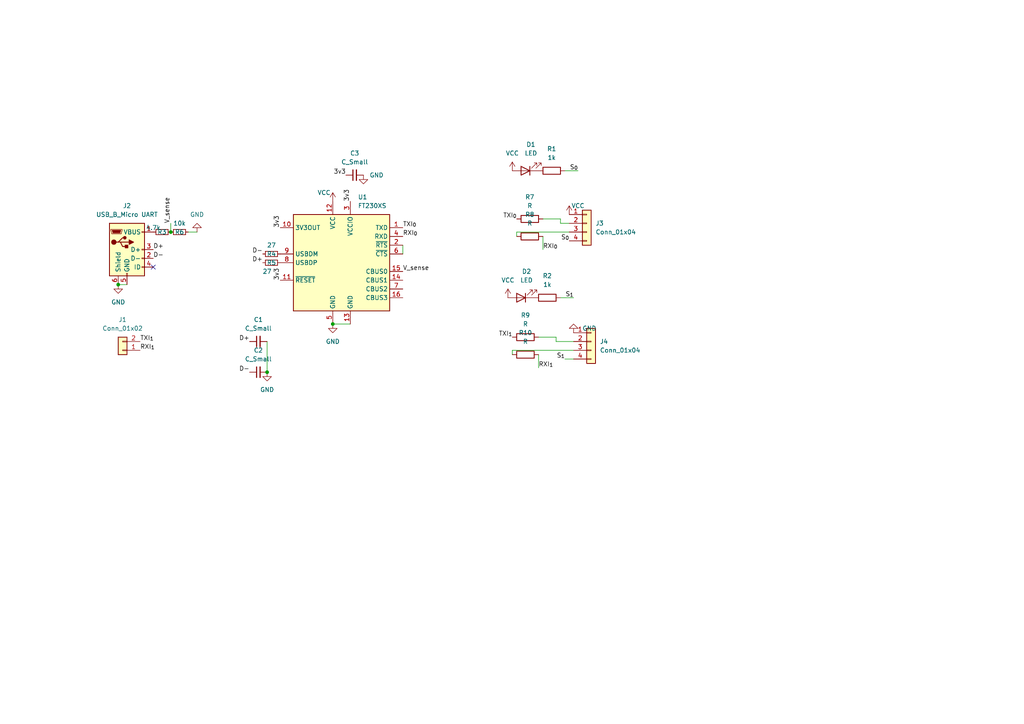
<source format=kicad_sch>
(kicad_sch (version 20230121) (generator eeschema)
  (paper "A4")
  (lib_symbols
    (symbol "Connector:USB_B_Micro" (pin_names (offset 1.016))
      (property "Reference" "J" (at -5.08 11.43 0))
      (property "Value" "USB_B_Micro" (at -5.08 8.89 0))
      (symbol "USB_B_Micro_0_1"
        (rectangle (start -5.08 -7.62) (end 5.08 7.62) (stroke (width 0.254)) (fill (type background)))
        (circle (center -3.81 2.159) (radius 0.635) (stroke (width 0.254)) (fill (type outline)))
        (circle (center -0.635 3.429) (radius 0.381) (stroke (width 0.254)) (fill (type outline)))
        (rectangle (start -0.127 -7.62) (end 0.127 -6.858))
        (polyline (pts (xy -1.905 2.159) (xy 0.635 2.159)) (stroke (width 0.254)))
        (polyline (pts (xy -3.175 2.159) (xy -2.54 2.159) (xy -1.27 3.429) (xy -0.635 3.429)) (stroke (width 0.254)))
        (polyline (pts (xy -2.54 2.159) (xy -1.905 2.159) (xy -1.27 0.889) (xy 0 0.889)) (stroke (width 0.254)))
        (polyline (pts (xy 0.635 2.794) (xy 0.635 1.524) (xy 1.905 2.159) (xy 0.635 2.794)) (stroke (width 0.254)) (fill (type outline)))
        (polyline (pts (xy -4.318 5.588) (xy -1.778 5.588) (xy -2.032 4.826) (xy -4.064 4.826) (xy -4.318 5.588)) (fill (type outline)))
        (polyline (pts (xy -4.699 5.842) (xy -4.699 5.588) (xy -4.445 4.826) (xy -4.445 4.572) (xy -1.651 4.572) (xy -1.651 4.826) (xy -1.397 5.588) (xy -1.397 5.842) (xy -4.699 5.842)))
        (rectangle (start 0.254 1.27) (end -0.508 0.508) (stroke (width 0.254)) (fill (type outline)))
        (rectangle (start 5.08 -5.207) (end 4.318 -4.953))
        (rectangle (start 5.08 -2.667) (end 4.318 -2.413))
        (rectangle (start 5.08 -0.127) (end 4.318 0.127))
        (rectangle (start 5.08 4.953) (end 4.318 5.207))
      )
      (symbol "USB_B_Micro_1_1"
        (pin power_out line (at 7.62 5.08 180) (length 2.54) (name "VBUS") (number "1"))
        (pin bidirectional line (at 7.62 -2.54 180) (length 2.54) (name "D-") (number "2"))
        (pin bidirectional line (at 7.62 0 180) (length 2.54) (name "D+") (number "3"))
        (pin passive line (at 7.62 -5.08 180) (length 2.54) (name "ID") (number "4"))
        (pin power_out line (at 0 -10.16 90) (length 2.54) (name "GND") (number "5"))
        (pin passive line (at -2.54 -10.16 90) (length 2.54) (name "Shield") (number "6"))
      )
    )
    (symbol "Connector_Generic:Conn_01x02" (pin_names (offset 1.016) hide)
      (property "Reference" "J" (at 0 2.54 0))
      (property "Value" "Conn_01x02" (at 0 -5.08 0))
      (symbol "Conn_01x02_1_1"
        (rectangle (start -1.27 -2.413) (end 0 -2.667) (stroke (width 0.1524)))
        (rectangle (start -1.27 0.127) (end 0 -0.127) (stroke (width 0.1524)))
        (rectangle (start -1.27 1.27) (end 1.27 -3.81) (stroke (width 0.254)) (fill (type background)))
        (pin passive line (at -5.08 0 0) (length 3.81) (name "Pin_1") (number "1"))
        (pin passive line (at -5.08 -2.54 0) (length 3.81) (name "Pin_2") (number "2"))
      )
    )
    (symbol "Connector_Generic:Conn_01x04" (pin_names (offset 1.016) hide)
      (property "Reference" "J" (at 0 5.08 0))
      (property "Value" "Conn_01x04" (at 0 -7.62 0))
      (symbol "Conn_01x04_1_1"
        (rectangle (start -1.27 -4.953) (end 0 -5.207) (stroke (width 0.1524)))
        (rectangle (start -1.27 -2.413) (end 0 -2.667) (stroke (width 0.1524)))
        (rectangle (start -1.27 0.127) (end 0 -0.127) (stroke (width 0.1524)))
        (rectangle (start -1.27 2.667) (end 0 2.413) (stroke (width 0.1524)))
        (rectangle (start -1.27 3.81) (end 1.27 -6.35) (stroke (width 0.254)) (fill (type background)))
        (pin passive line (at -5.08 2.54 0) (length 3.81) (name "Pin_1") (number "1"))
        (pin passive line (at -5.08 0 0) (length 3.81) (name "Pin_2") (number "2"))
        (pin passive line (at -5.08 -2.54 0) (length 3.81) (name "Pin_3") (number "3"))
        (pin passive line (at -5.08 -5.08 0) (length 3.81) (name "Pin_4") (number "4"))
      )
    )
    (symbol "Device:C_Small" (pin_numbers hide) (pin_names (offset 0.254) hide)
      (property "Reference" "C" (at 0.254 1.778 0))
      (property "Value" "C_Small" (at 0.254 -2.032 0))
      (symbol "C_Small_0_1"
        (polyline (pts (xy -1.524 -0.508) (xy 1.524 -0.508)) (stroke (width 0.3302)))
        (polyline (pts (xy -1.524 0.508) (xy 1.524 0.508)) (stroke (width 0.3048)))
      )
      (symbol "C_Small_1_1"
        (pin passive line (at 0 2.54 270) (length 2.032) (name "~") (number "1"))
        (pin passive line (at 0 -2.54 90) (length 2.032) (name "~") (number "2"))
      )
    )
    (symbol "Device:LED" (pin_numbers hide) (pin_names (offset 1.016) hide)
      (property "Reference" "D" (at 0 2.54 0))
      (property "Value" "LED" (at 0 -2.54 0))
      (symbol "LED_0_1"
        (polyline (pts (xy -1.27 -1.27) (xy -1.27 1.27)) (stroke (width 0.254)))
        (polyline (pts (xy -1.27 0) (xy 1.27 0)))
        (polyline (pts (xy 1.27 -1.27) (xy 1.27 1.27) (xy -1.27 0) (xy 1.27 -1.27)) (stroke (width 0.254)))
        (polyline (pts (xy -3.048 -0.762) (xy -4.572 -2.286) (xy -3.81 -2.286) (xy -4.572 -2.286) (xy -4.572 -1.524)))
        (polyline (pts (xy -1.778 -0.762) (xy -3.302 -2.286) (xy -2.54 -2.286) (xy -3.302 -2.286) (xy -3.302 -1.524)))
      )
      (symbol "LED_1_1"
        (pin passive line (at -3.81 0 0) (length 2.54) (name "K") (number "1"))
        (pin passive line (at 3.81 0 180) (length 2.54) (name "A") (number "2"))
      )
    )
    (symbol "Device:R" (pin_numbers hide) (pin_names (offset 0))
      (property "Reference" "R" (at 2.032 0 90))
      (property "Value" "R" (at 0 0 90))
      (symbol "R_0_1"
        (rectangle (start -1.016 -2.54) (end 1.016 2.54) (stroke (width 0.254)))
      )
      (symbol "R_1_1"
        (pin passive line (at 0 3.81 270) (length 1.27) (name "~") (number "1"))
        (pin passive line (at 0 -3.81 90) (length 1.27) (name "~") (number "2"))
      )
    )
    (symbol "Device:R_Small" (pin_numbers hide) (pin_names (offset 0.254) hide)
      (property "Reference" "R" (at 0.762 0.508 0))
      (property "Value" "R_Small" (at 0.762 -1.016 0))
      (symbol "R_Small_0_1"
        (rectangle (start -0.762 1.778) (end 0.762 -1.778) (stroke (width 0.2032)))
      )
      (symbol "R_Small_1_1"
        (pin passive line (at 0 2.54 270) (length 0.762) (name "~") (number "1"))
        (pin passive line (at 0 -2.54 90) (length 0.762) (name "~") (number "2"))
      )
    )
    (symbol "Interface_USB:FT230XS"
      (property "Reference" "U" (at -13.97 15.24 0))
      (property "Value" "FT230XS" (at 7.62 15.24 0))
      (symbol "FT230XS_0_1"
        (rectangle (start -13.97 13.97) (end 13.97 -13.97) (stroke (width 0.254)) (fill (type background)))
      )
      (symbol "FT230XS_1_1"
        (pin output line (at 17.78 10.16 180) (length 3.81) (name "TXD") (number "1"))
        (pin power_out line (at -17.78 10.16 0) (length 3.81) (name "3V3OUT") (number "10"))
        (pin input line (at -17.78 -5.08 0) (length 3.81) (name "~{RESET}") (number "11"))
        (pin power_in line (at -2.54 17.78 270) (length 3.81) (name "VCC") (number "12"))
        (pin power_in line (at 2.54 -17.78 90) (length 3.81) (name "GND") (number "13"))
        (pin bidirectional line (at 17.78 -5.08 180) (length 3.81) (name "CBUS1") (number "14"))
        (pin bidirectional line (at 17.78 -2.54 180) (length 3.81) (name "CBUS0") (number "15"))
        (pin bidirectional line (at 17.78 -10.16 180) (length 3.81) (name "CBUS3") (number "16"))
        (pin output line (at 17.78 5.08 180) (length 3.81) (name "~{RTS}") (number "2"))
        (pin power_in line (at 2.54 17.78 270) (length 3.81) (name "VCCIO") (number "3"))
        (pin input line (at 17.78 7.62 180) (length 3.81) (name "RXD") (number "4"))
        (pin power_in line (at -2.54 -17.78 90) (length 3.81) (name "GND") (number "5"))
        (pin input line (at 17.78 2.54 180) (length 3.81) (name "~{CTS}") (number "6"))
        (pin bidirectional line (at 17.78 -7.62 180) (length 3.81) (name "CBUS2") (number "7"))
        (pin bidirectional line (at -17.78 0 0) (length 3.81) (name "USBDP") (number "8"))
        (pin bidirectional line (at -17.78 2.54 0) (length 3.81) (name "USBDM") (number "9"))
      )
    )
    (symbol "power:GND" (power) (pin_names (offset 0))
      (property "Value" "GND" (at 0 -3.81 0))
      (symbol "GND_0_1"
        (polyline (pts (xy 0 0) (xy 0 -1.27) (xy 1.27 -1.27) (xy 0 -2.54) (xy -1.27 -1.27) (xy 0 -1.27)))
      )
      (symbol "GND_1_1"
        (pin power_in line (at 0 0 270) (length 0) hide (name "GND") (number "1"))
      )
    )
    (symbol "power:VCC" (power) (pin_names (offset 0))
      (property "Value" "VCC" (at 0 3.81 0))
      (symbol "VCC_0_1"
        (polyline (pts (xy -0.762 1.27) (xy 0 2.54)))
        (polyline (pts (xy 0 0) (xy 0 2.54)))
        (polyline (pts (xy 0 2.54) (xy 0.762 1.27)))
      )
      (symbol "VCC_1_1"
        (pin power_in line (at 0 0 90) (length 0) hide (name "VCC") (number "1"))
      )
    )
  )
  (junction (at 49.53 67.31))
  (junction (at 77.47 107.95))
  (junction (at 96.52 93.98))
  (junction (at 34.29 82.55))
  (no_connect (at 44.45 77.47))
  (wire (pts (xy 163.83 104.14) (xy 166.37 104.14)))
  (wire (pts (xy 162.56 64.77) (xy 165.1 64.77)))
  (wire (pts (xy 162.56 63.5) (xy 162.56 64.77)))
  (wire (pts (xy 156.21 102.87) (xy 156.21 106.68)))
  (wire (pts (xy 149.86 68.58) (xy 149.86 67.31)))
  (wire (pts (xy 157.48 63.5) (xy 162.56 63.5)))
  (wire (pts (xy 163.83 49.53) (xy 167.64 49.53)))
  (wire (pts (xy 161.29 97.79) (xy 161.29 99.06)))
  (wire (pts (xy 54.61 67.31) (xy 57.15 67.31)))
  (wire (pts (xy 77.47 99.06) (xy 77.47 107.95)))
  (wire (pts (xy 156.21 97.79) (xy 161.29 97.79)))
  (wire (pts (xy 161.29 99.06) (xy 166.37 99.06)))
  (wire (pts (xy 116.84 71.12) (xy 116.84 73.66)))
  (wire (pts (xy 49.53 64.77) (xy 49.53 67.31)))
  (wire (pts (xy 157.48 68.58) (xy 157.48 72.39)))
  (wire (pts (xy 149.86 67.31) (xy 165.1 67.31)))
  (wire (pts (xy 162.56 86.36) (xy 166.37 86.36)))
  (wire (pts (xy 34.29 82.55) (xy 36.83 82.55)))
  (wire (pts (xy 148.59 101.6) (xy 166.37 101.6)))
  (wire (pts (xy 148.59 102.87) (xy 148.59 101.6)))
  (wire (pts (xy 96.52 93.98) (xy 101.6 93.98)))
  (label "TXI_{0}" (at 116.84 66.04 0))
  (label "RXI_{0}" (at 116.84 68.58 0))
  (label "3v3" (at 100.33 50.8 180))
  (label "RXI_{1}" (at 156.21 106.68 0))
  (label "V_sense" (at 49.53 64.77 90))
  (label "D-" (at 44.45 74.93 0))
  (label "D+" (at 72.39 99.06 180))
  (label "S_{1}" (at 163.83 104.14 180))
  (label "RXI_{1}" (at 40.64 101.6 0))
  (label "S_{1}" (at 166.37 86.36 180))
  (label "3v3" (at 101.6 58.42 90))
  (label "S_{0}" (at 167.64 49.53 180))
  (label "3v3" (at 81.28 81.28 90))
  (label "D+" (at 76.2 76.2 180))
  (label "3v3" (at 81.28 66.04 90))
  (label "TXI_{1}" (at 148.59 97.79 180))
  (label "TXI_{0}" (at 149.86 63.5 180))
  (label "RXI_{0}" (at 157.48 72.39 0))
  (label "S_{0}" (at 165.1 69.85 180))
  (label "D-" (at 76.2 73.66 180))
  (label "D-" (at 72.39 107.95 180))
  (label "V_sense" (at 116.84 78.74 0))
  (label "D+" (at 44.45 72.39 0))
  (label "TXI_{1}" (at 40.64 99.06 0))
  (symbol (lib_id "Device:C_Small") (at 74.93 99.06 90) (unit 1)
    (property "Reference" "C1" (at 74.9363 92.71 90))
    (property "Value" "C_Small" (at 74.9363 95.25 90))
    (property "Footprint" "Capacitor_SMD:C_0805_2012Metric_Pad1.18x1.45mm_HandSolder" (effects hide))
  )
  (symbol (lib_id "Device:LED") (at 151.13 86.36 180) (unit 1)
    (property "Reference" "D2" (at 152.7175 78.74 0))
    (property "Value" "LED" (at 152.7175 81.28 0))
    (property "Footprint" "LED_THT:LED_D1.8mm_W1.8mm_H2.4mm_Horizontal_O1.27mm_Z1.6mm" (effects hide))
  )
  (symbol (lib_id "Device:R") (at 152.4 97.79 90) (unit 1)
    (property "Reference" "R9" (at 152.4 91.44 90))
    (property "Value" "R" (at 152.4 93.98 90))
    (property "Footprint" "Resistor_SMD:R_0805_2012Metric_Pad1.20x1.40mm_HandSolder" (effects hide))
  )
  (symbol (lib_id "power:GND") (at 77.47 107.95 0) (mirror y) (unit 1)
    (property "Reference" "#PWR08" (effects hide))
    (property "Value" "GND" (at 77.47 113.03 0))
  )
  (symbol (lib_id "power:GND") (at 166.37 96.52 180) (unit 1)
    (property "Reference" "#PWR05" (effects hide))
    (property "Value" "GND" (at 168.91 95.25 0) (effects (justify right)))
  )
  (symbol (lib_id "power:VCC") (at 147.32 86.36 0) (unit 1)
    (property "Reference" "#PWR04" (effects hide))
    (property "Value" "VCC" (at 147.32 81.28 0))
  )
  (symbol (lib_id "Device:R") (at 160.02 49.53 90) (unit 1)
    (property "Reference" "R1" (at 160.02 43.18 90))
    (property "Value" "1k" (at 160.02 45.72 90))
    (property "Footprint" "Resistor_SMD:R_0805_2012Metric_Pad1.20x1.40mm_HandSolder" (effects hide))
  )
  (symbol (lib_id "power:VCC") (at 148.59 49.53 0) (unit 1)
    (property "Reference" "#PWR03" (effects hide))
    (property "Value" "VCC" (at 148.59 44.45 0))
  )
  (symbol (lib_id "Device:R") (at 153.67 63.5 90) (unit 1)
    (property "Reference" "R7" (at 153.67 57.15 90))
    (property "Value" "R" (at 153.67 59.69 90))
    (property "Footprint" "Resistor_SMD:R_0805_2012Metric_Pad1.20x1.40mm_HandSolder" (effects hide))
  )
  (symbol (lib_id "power:GND") (at 96.52 93.98 0) (mirror y) (unit 1)
    (property "Reference" "#PWR010" (effects hide))
    (property "Value" "GND" (at 96.52 99.06 0))
  )
  (symbol (lib_id "power:GND") (at 105.41 50.8 0) (mirror y) (unit 1)
    (property "Reference" "#PWR011" (effects hide))
    (property "Value" "GND" (at 109.22 50.8 0))
  )
  (symbol (lib_id "Connector_Generic:Conn_01x04") (at 170.18 64.77 0) (unit 1)
    (property "Reference" "J3" (at 172.72 64.77 0) (effects (justify left)))
    (property "Value" "Conn_01x04" (at 172.72 67.31 0) (effects (justify left)))
    (property "Footprint" "Connector_PinSocket_2.54mm:PinSocket_1x04_P2.54mm_Vertical" (effects hide))
  )
  (symbol (lib_id "Device:R") (at 158.75 86.36 90) (unit 1)
    (property "Reference" "R2" (at 158.75 80.01 90))
    (property "Value" "1k" (at 158.75 82.55 90))
    (property "Footprint" "Resistor_SMD:R_0805_2012Metric_Pad1.20x1.40mm_HandSolder" (effects hide))
  )
  (symbol (lib_id "power:VCC") (at 165.1 62.23 0) (unit 1)
    (property "Reference" "#PWR06" (effects hide))
    (property "Value" "VCC" (at 167.64 59.69 0))
  )
  (symbol (lib_id "Connector:USB_B_Micro") (at 36.83 72.39 0) (unit 1)
    (property "Reference" "J2" (at 36.83 59.69 0))
    (property "Value" "USB_B_Micro UART" (at 36.83 62.23 0))
    (property "Footprint" "Connector_USB:USB_Micro-B_Molex-105017-0001" (effects hide))
  )
  (symbol (lib_id "Device:C_Small") (at 74.93 107.95 90) (unit 1)
    (property "Reference" "C2" (at 74.9363 101.6 90))
    (property "Value" "C_Small" (at 74.9363 104.14 90))
    (property "Footprint" "Capacitor_SMD:C_0805_2012Metric_Pad1.18x1.45mm_HandSolder" (effects hide))
  )
  (symbol (lib_id "Device:C_Small") (at 102.87 50.8 90) (unit 1)
    (property "Reference" "C3" (at 102.8763 44.45 90))
    (property "Value" "C_Small" (at 102.8763 46.99 90))
    (property "Footprint" "Capacitor_SMD:C_0805_2012Metric_Pad1.18x1.45mm_HandSolder" (effects hide))
  )
  (symbol (lib_id "power:GND") (at 57.15 67.31 0) (mirror x) (unit 1)
    (property "Reference" "#PWR07" (effects hide))
    (property "Value" "GND" (at 57.15 62.23 0))
  )
  (symbol (lib_id "Device:R") (at 152.4 102.87 90) (unit 1)
    (property "Reference" "R10" (at 152.4 96.52 90))
    (property "Value" "R" (at 152.4 99.06 90))
    (property "Footprint" "Resistor_SMD:R_0805_2012Metric_Pad1.20x1.40mm_HandSolder" (effects hide))
  )
  (symbol (lib_id "Device:R_Small") (at 46.99 67.31 90) (unit 1)
    (property "Reference" "R3" (at 46.99 67.31 90))
    (property "Value" "4.7k" (at 44.45 66.04 90))
    (property "Footprint" "Resistor_SMD:R_0805_2012Metric_Pad1.20x1.40mm_HandSolder" (effects hide))
  )
  (symbol (lib_id "Device:LED") (at 152.4 49.53 180) (unit 1)
    (property "Reference" "D1" (at 153.9875 41.91 0))
    (property "Value" "LED" (at 153.9875 44.45 0))
    (property "Footprint" "LED_THT:LED_D1.8mm_W1.8mm_H2.4mm_Horizontal_O1.27mm_Z1.6mm" (effects hide))
  )
  (symbol (lib_id "Interface_USB:FT230XS") (at 99.06 76.2 0) (unit 1)
    (property "Reference" "U1" (at 103.7941 57.15 0) (effects (justify left)))
    (property "Value" "FT230XS" (at 103.7941 59.69 0) (effects (justify left)))
    (property "Footprint" "Package_SO:SSOP-16_3.9x4.9mm_P0.635mm" (effects hide))
    (property "Datasheet" "https://www.ftdichip.com/Support/Documents/DataSheets/ICs/DS_FT230X.pdf" (effects hide))
  )
  (symbol (lib_id "Device:R") (at 153.67 68.58 90) (unit 1)
    (property "Reference" "R8" (at 153.67 62.23 90))
    (property "Value" "R" (at 153.67 64.77 90))
    (property "Footprint" "Resistor_SMD:R_0805_2012Metric_Pad1.20x1.40mm_HandSolder" (effects hide))
  )
  (symbol (lib_id "power:VCC") (at 96.52 58.42 0) (mirror y) (unit 1)
    (property "Reference" "#PWR09" (effects hide))
    (property "Value" "VCC" (at 93.98 55.88 0))
  )
  (symbol (lib_id "power:GND") (at 34.29 82.55 0) (unit 1)
    (property "Reference" "#PWR01" (effects hide))
    (property "Value" "GND" (at 34.29 87.63 0))
  )
  (symbol (lib_id "Device:R_Small") (at 78.74 73.66 90) (unit 1)
    (property "Reference" "R4" (at 78.74 73.66 90))
    (property "Value" "27" (at 78.74 71.12 90))
    (property "Footprint" "Resistor_SMD:R_0805_2012Metric_Pad1.20x1.40mm_HandSolder" (effects hide))
  )
  (symbol (lib_id "Connector_Generic:Conn_01x02") (at 35.56 101.6 180) (unit 1)
    (property "Reference" "J1" (at 35.56 92.71 0))
    (property "Value" "Conn_01x02" (at 35.56 95.25 0))
    (property "Footprint" "Connector_PinHeader_2.54mm:PinHeader_1x02_P2.54mm_Horizontal" (effects hide))
  )
  (symbol (lib_id "Device:R_Small") (at 52.07 67.31 90) (unit 1)
    (property "Reference" "R6" (at 52.07 67.31 90))
    (property "Value" "10k" (at 52.07 64.77 90))
    (property "Footprint" "Resistor_SMD:R_0805_2012Metric_Pad1.20x1.40mm_HandSolder" (effects hide))
  )
  (symbol (lib_id "Connector_Generic:Conn_01x04") (at 171.45 99.06 0) (unit 1)
    (property "Reference" "J4" (at 173.99 99.06 0) (effects (justify left)))
    (property "Value" "Conn_01x04" (at 173.99 101.6 0) (effects (justify left)))
    (property "Footprint" "Connector_PinSocket_2.54mm:PinSocket_1x04_P2.54mm_Vertical" (effects hide))
  )
  (symbol (lib_id "Device:R_Small") (at 78.74 76.2 90) (unit 1)
    (property "Reference" "R5" (at 78.74 76.2 90))
    (property "Value" "27" (at 77.47 78.74 90))
    (property "Footprint" "Resistor_SMD:R_0805_2012Metric_Pad1.20x1.40mm_HandSolder" (effects hide))
  )
)
</source>
